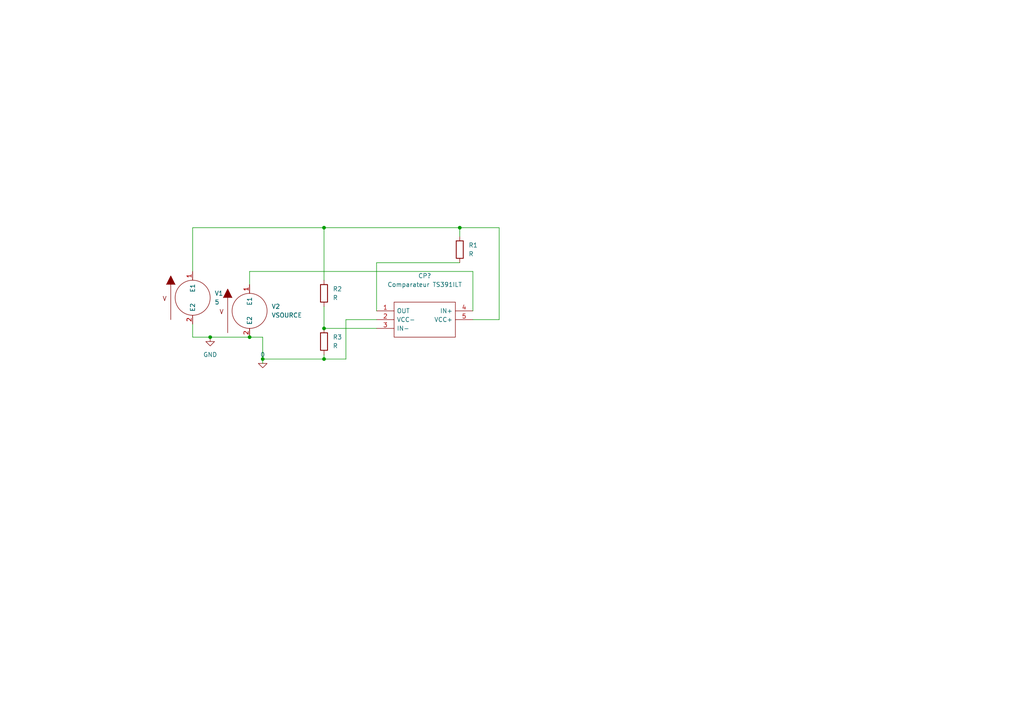
<source format=kicad_sch>
(kicad_sch (version 20211123) (generator eeschema)
  (paper "A4")
  (lib_symbols
    (symbol "Device:R" (pin_numbers hide) (pin_names (offset 0))
      (property "Reference" "R" (at 2.032 0 90))
      (property "Value" "R" (at 0 0 90))
      (symbol "R_0_1"
        (rectangle (start -1.016 -2.54) (end 1.016 2.54) (stroke (width 0.254)))
      )
      (symbol "R_1_1"
        (pin passive line (at 0 3.81 270) (length 1.27) (name "~") (number "1"))
        (pin passive line (at 0 -3.81 90) (length 1.27) (name "~") (number "2"))
      )
    )
    (symbol "EPSA_lib:Comparateur TS391ILT" (pin_names (offset 0.762))
      (property "Reference" "CP" (at 35.56 7.62 0))
      (property "Value" "Comparateur TS391ILT" (at 35.56 5.08 0))
      (property "Spice_Lib_File" "${EPSA}\\SpiceModel\\C_ts391.lib" (at 35.56 12.7 0))
      (symbol "Comparateur TS391ILT_0_0"
        (pin passive line (at 0 0 0) (length 5.08) (name "OUT") (number "1"))
        (pin passive line (at 0 -2.54 0) (length 5.08) (name "VCC-") (number "2"))
        (pin passive line (at 0 -5.08 0) (length 5.08) (name "IN-") (number "3"))
        (pin passive line (at 27.94 0 180) (length 5.08) (name "IN+") (number "4"))
        (pin passive line (at 27.94 -2.54 180) (length 5.08) (name "VCC+") (number "5"))
      )
      (symbol "Comparateur TS391ILT_0_1"
        (polyline (pts (xy 5.08 2.54) (xy 22.86 2.54) (xy 22.86 -7.62) (xy 5.08 -7.62) (xy 5.08 2.54)) (stroke (width 0.1524)))
      )
    )
    (symbol "power:GND" (power) (pin_names (offset 0))
      (property "Value" "GND" (at 0 -3.81 0))
      (symbol "GND_0_1"
        (polyline (pts (xy 0 0) (xy 0 -1.27) (xy 1.27 -1.27) (xy 0 -2.54) (xy -1.27 -1.27) (xy 0 -1.27)))
      )
      (symbol "GND_1_1"
        (pin power_in line (at 0 0 270) (length 0) hide (name "GND") (number "1"))
      )
    )
    (symbol "pspice:0" (power) (pin_names (offset 0))
      (property "Value" "0" (at 0 -1.778 0))
      (symbol "0_0_1"
        (polyline (pts (xy -1.27 0) (xy 0 -1.27) (xy 1.27 0) (xy -1.27 0)))
      )
      (symbol "0_1_1"
        (pin power_in line (at 0 0 0) (length 0) hide (name "0") (number "1"))
      )
    )
    (symbol "pspice:VSOURCE" (pin_names (offset 1.016))
      (property "Reference" "V" (at -6.35 7.62 0))
      (property "Value" "VSOURCE" (at 0 0 0))
      (symbol "VSOURCE_0_1"
        (polyline (pts (xy -6.35 -6.35) (xy -6.35 3.81)) (fill (type outline)))
        (polyline (pts (xy -7.62 3.81) (xy -6.35 6.35) (xy -5.08 3.81)) (fill (type outline)))
        (circle (center 0 0) (radius 5.08))
        (text "V" (at -8.128 -0.254 0) (effects (font (size 1.27 1.27))))
      )
      (symbol "VSOURCE_1_1"
        (pin input line (at 0 7.62 270) (length 2.54) (name "E1") (number "1"))
        (pin input line (at 0 -7.62 90) (length 2.54) (name "E2") (number "2"))
      )
    )
  )
  (junction (at 72.39 97.79))
  (junction (at 133.35 66.04))
  (junction (at 93.98 104.14))
  (junction (at 76.2 104.14))
  (junction (at 93.98 66.04))
  (junction (at 60.96 97.79))
  (junction (at 93.98 95.25))
  (wire (pts (xy 144.78 66.04) (xy 133.35 66.04)))
  (wire (pts (xy 100.33 92.71) (xy 100.33 104.14)))
  (wire (pts (xy 133.35 76.2) (xy 109.22 76.2)))
  (wire (pts (xy 55.88 93.98) (xy 55.88 97.79)))
  (wire (pts (xy 93.98 95.25) (xy 109.22 95.25)))
  (wire (pts (xy 109.22 92.71) (xy 100.33 92.71)))
  (wire (pts (xy 60.96 97.79) (xy 72.39 97.79)))
  (wire (pts (xy 72.39 78.74) (xy 137.16 78.74)))
  (wire (pts (xy 93.98 81.28) (xy 93.98 66.04)))
  (wire (pts (xy 55.88 97.79) (xy 60.96 97.79)))
  (wire (pts (xy 137.16 78.74) (xy 137.16 90.17)))
  (wire (pts (xy 93.98 104.14) (xy 93.98 102.87)))
  (wire (pts (xy 100.33 104.14) (xy 93.98 104.14)))
  (wire (pts (xy 109.22 76.2) (xy 109.22 90.17)))
  (wire (pts (xy 72.39 82.55) (xy 72.39 78.74)))
  (wire (pts (xy 55.88 78.74) (xy 55.88 66.04)))
  (wire (pts (xy 93.98 104.14) (xy 76.2 104.14)))
  (wire (pts (xy 93.98 66.04) (xy 133.35 66.04)))
  (wire (pts (xy 144.78 92.71) (xy 137.16 92.71)))
  (wire (pts (xy 76.2 97.79) (xy 76.2 104.14)))
  (wire (pts (xy 76.2 105.41) (xy 76.2 104.14)))
  (wire (pts (xy 144.78 66.04) (xy 144.78 92.71)))
  (wire (pts (xy 72.39 97.79) (xy 76.2 97.79)))
  (wire (pts (xy 133.35 66.04) (xy 133.35 68.58)))
  (wire (pts (xy 55.88 66.04) (xy 93.98 66.04)))
  (wire (pts (xy 93.98 88.9) (xy 93.98 95.25)))
  (symbol (lib_id "pspice:0") (at 76.2 105.41 0) (unit 1)
    (property "Reference" "#GND01" (effects hide))
    (property "Value" "0" (at 76.2 102.87 0))
  )
  (symbol (lib_id "Device:R") (at 93.98 99.06 0) (unit 1)
    (property "Reference" "R3" (at 96.52 97.7899 0) (effects (justify left)))
    (property "Value" "R" (at 96.52 100.3299 0) (effects (justify left)))
    (property "Spice_Primitive" "R" (effects hide))
    (property "Spice_Model" "5k" (at 93.98 99.06 0))
    (property "Spice_Netlist_Enabled" "Y" (effects hide))
  )
  (symbol (lib_id "pspice:VSOURCE") (at 55.88 86.36 0) (unit 1)
    (property "Reference" "V1" (at 62.23 85.0899 0) (effects (justify left)))
    (property "Value" "VSOURCE" (at 62.23 87.6299 0) (effects (justify left)))
    (property "Spice_Primitive" "V" (effects hide))
    (property "Spice_Model" "dc 5" (effects hide))
    (property "Spice_Netlist_Enabled" "Y" (effects hide))
  )
  (symbol (lib_id "Device:R") (at 93.98 85.09 0) (unit 1)
    (property "Reference" "R2" (at 96.52 83.8199 0) (effects (justify left)))
    (property "Value" "R" (at 96.52 86.3599 0) (effects (justify left)))
    (property "Spice_Primitive" "R" (effects hide))
    (property "Spice_Model" "5k" (at 93.98 85.09 0))
    (property "Spice_Netlist_Enabled" "Y" (effects hide))
  )
  (symbol (lib_id "pspice:VSOURCE") (at 72.39 90.17 0) (unit 1)
    (property "Reference" "V2" (at 78.74 88.8999 0) (effects (justify left)))
    (property "Value" "VSOURCE" (at 78.74 91.4399 0) (effects (justify left)))
    (property "Spice_Primitive" "V" (effects hide))
    (property "Spice_Model" "pulse(2 4 1 500m 500m 1 3)" (effects hide))
    (property "Spice_Netlist_Enabled" "Y" (effects hide))
  )
  (symbol (lib_id "EPSA_lib:Comparateur TS391ILT") (at 109.22 90.17 0) (unit 1)
    (property "Reference" "CP?" (at 123.19 80.01 0))
    (property "Value" "Comparateur TS391ILT" (at 123.19 82.55 0))
    (property "Footprint" "SOT95P280X145-5N" (effects hide))
    (property "Datasheet" "http://www.st.com/st-web-ui/static/active/en/resource/technical/document/datasheet/CD00001660.pdf" (effects hide))
    (property "Description" "TS391ILT, Comparator Open Collector 0.3us 12 V, 15 V, 18 V, 24 V, 28 V, 3 V, 5 V, 9 V 5-Pin SOT-23" (effects hide))
    (property "Height" "1.45" (effects hide))
    (property "Manufacturer_Name" "STMicroelectronics" (effects hide))
    (property "Manufacturer_Part_Number" "TS391ILT" (effects hide))
    (property "Mouser Part Number" "511-TS391IL" (effects hide))
    (property "Mouser Price/Stock" "https://www.mouser.co.uk/ProductDetail/STMicroelectronics/TS391ILT?qs=P8h1tZw8GcB9GWR61XM17g%3D%3D" (effects hide))
    (property "Arrow Part Number" "TS391ILT" (effects hide))
    (property "Arrow Price/Stock" "https://www.arrow.com/en/products/ts391ilt/stmicroelectronics?region=europe" (effects hide))
    (property "Spice_Primitive" "X" (effects hide))
    (property "Spice_Model" "TS391" (effects hide))
    (property "Spice_Netlist_Enabled" "Y" (effects hide))
    (property "Spice_Node_Sequence" "4,3,5,2,1" (effects hide))
    (property "Spice_Lib_File" "${EPSA}\\SpiceModel\\C_ts391.lib" (at 123.19 85.09 0))
  )
  (symbol (lib_id "Device:R") (at 133.35 72.39 0) (unit 1)
    (property "Reference" "R1" (at 135.89 71.1199 0) (effects (justify left)))
    (property "Value" "R" (at 135.89 73.6599 0) (effects (justify left)))
    (property "Spice_Primitive" "R" (effects hide))
    (property "Spice_Model" "5k" (at 133.35 72.39 0))
    (property "Spice_Netlist_Enabled" "Y" (effects hide))
  )
  (symbol (lib_id "power:GND") (at 60.96 97.79 0) (unit 1)
    (property "Reference" "#PWR01" (effects hide))
    (property "Value" "GND" (at 60.96 102.87 0))
  )
)
</source>
